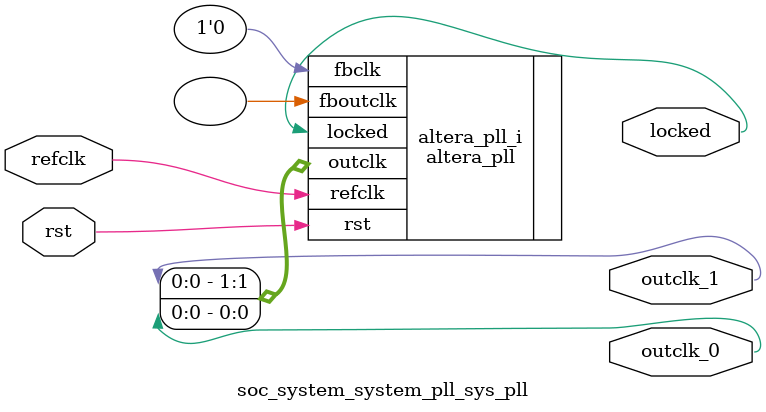
<source format=v>
`timescale 1ns/10ps
module  soc_system_system_pll_sys_pll(

	// interface 'refclk'
	input wire refclk,

	// interface 'reset'
	input wire rst,

	// interface 'outclk0'
	output wire outclk_0,

	// interface 'outclk1'
	output wire outclk_1,

	// interface 'locked'
	output wire locked
);

	altera_pll #(
		.fractional_vco_multiplier("false"),
		.reference_clock_frequency("50.0 MHz"),
		.operation_mode("direct"),
		.number_of_clocks(2),
		.output_clock_frequency0("100.000000 MHz"),
		.phase_shift0("0 ps"),
		.duty_cycle0(50),
		.output_clock_frequency1("100.000000 MHz"),
		.phase_shift1("-3000 ps"),
		.duty_cycle1(50),
		.output_clock_frequency2("0 MHz"),
		.phase_shift2("0 ps"),
		.duty_cycle2(50),
		.output_clock_frequency3("0 MHz"),
		.phase_shift3("0 ps"),
		.duty_cycle3(50),
		.output_clock_frequency4("0 MHz"),
		.phase_shift4("0 ps"),
		.duty_cycle4(50),
		.output_clock_frequency5("0 MHz"),
		.phase_shift5("0 ps"),
		.duty_cycle5(50),
		.output_clock_frequency6("0 MHz"),
		.phase_shift6("0 ps"),
		.duty_cycle6(50),
		.output_clock_frequency7("0 MHz"),
		.phase_shift7("0 ps"),
		.duty_cycle7(50),
		.output_clock_frequency8("0 MHz"),
		.phase_shift8("0 ps"),
		.duty_cycle8(50),
		.output_clock_frequency9("0 MHz"),
		.phase_shift9("0 ps"),
		.duty_cycle9(50),
		.output_clock_frequency10("0 MHz"),
		.phase_shift10("0 ps"),
		.duty_cycle10(50),
		.output_clock_frequency11("0 MHz"),
		.phase_shift11("0 ps"),
		.duty_cycle11(50),
		.output_clock_frequency12("0 MHz"),
		.phase_shift12("0 ps"),
		.duty_cycle12(50),
		.output_clock_frequency13("0 MHz"),
		.phase_shift13("0 ps"),
		.duty_cycle13(50),
		.output_clock_frequency14("0 MHz"),
		.phase_shift14("0 ps"),
		.duty_cycle14(50),
		.output_clock_frequency15("0 MHz"),
		.phase_shift15("0 ps"),
		.duty_cycle15(50),
		.output_clock_frequency16("0 MHz"),
		.phase_shift16("0 ps"),
		.duty_cycle16(50),
		.output_clock_frequency17("0 MHz"),
		.phase_shift17("0 ps"),
		.duty_cycle17(50),
		.pll_type("General"),
		.pll_subtype("General")
	) altera_pll_i (
		.rst	(rst),
		.outclk	({outclk_1, outclk_0}),
		.locked	(locked),
		.fboutclk	( ),
		.fbclk	(1'b0),
		.refclk	(refclk)
	);
endmodule


</source>
